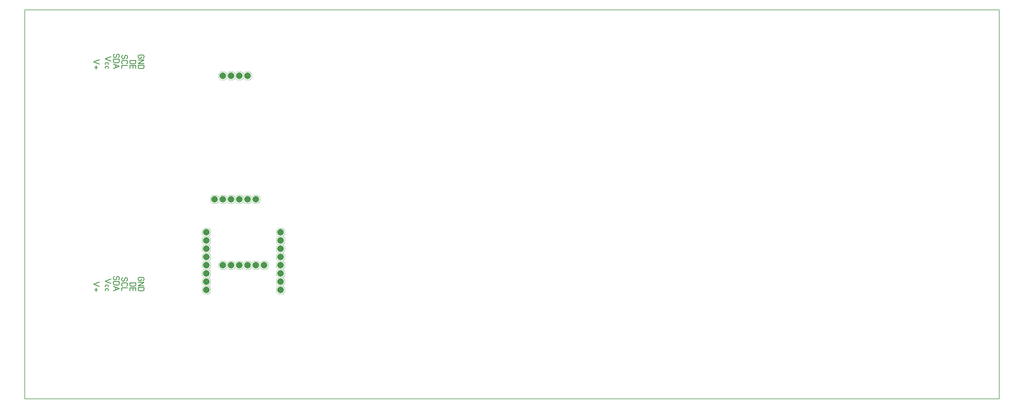
<source format=gbr>
%FSLAX32Y32*%
%MOMM*%
%LNOUTLINE*%
G71*
G01*
%ADD10C, 0.20*%
%ADD11C, 0.10*%
%ADD12C, 2.00*%
%ADD13C, 0.22*%
%LPD*%
G54D10*
X0Y12000D02*
X30000Y12000D01*
X30000Y0D01*
X0Y0D01*
X0Y12000D01*
G54D11*
X5652Y3237D02*
X5715Y3300D01*
X5715Y3428D01*
X5652Y3491D01*
X5524Y3491D01*
X5461Y3428D01*
X5461Y3300D01*
X5524Y3237D01*
X5652Y3237D01*
G54D11*
X5652Y3491D02*
X5715Y3554D01*
X5715Y3682D01*
X5652Y3745D01*
X5524Y3745D01*
X5461Y3682D01*
X5461Y3554D01*
X5524Y3491D01*
X5652Y3491D01*
G54D11*
X5652Y3745D02*
X5715Y3808D01*
X5715Y3936D01*
X5652Y3999D01*
X5524Y3999D01*
X5461Y3936D01*
X5461Y3808D01*
X5524Y3745D01*
X5652Y3745D01*
G54D11*
X5652Y3999D02*
X5715Y4062D01*
X5715Y4190D01*
X5652Y4253D01*
X5524Y4253D01*
X5461Y4190D01*
X5461Y4062D01*
X5524Y3999D01*
X5652Y3999D01*
G54D11*
X5652Y4253D02*
X5715Y4316D01*
X5715Y4444D01*
X5652Y4507D01*
X5524Y4507D01*
X5461Y4444D01*
X5461Y4316D01*
X5524Y4253D01*
X5652Y4253D01*
G54D11*
X5652Y4507D02*
X5715Y4570D01*
X5715Y4698D01*
X5652Y4761D01*
X5524Y4761D01*
X5461Y4698D01*
X5461Y4570D01*
X5524Y4507D01*
X5652Y4507D01*
G54D11*
X5652Y4761D02*
X5715Y4824D01*
X5715Y4952D01*
X5652Y5015D01*
X5524Y5015D01*
X5461Y4952D01*
X5461Y4824D01*
X5524Y4761D01*
X5652Y4761D01*
G54D11*
X5652Y5015D02*
X5715Y5078D01*
X5715Y5206D01*
X5652Y5269D01*
X5524Y5269D01*
X5461Y5206D01*
X5461Y5078D01*
X5524Y5015D01*
X5652Y5015D01*
X5588Y3364D02*
G54D12*
D03*
X5588Y3618D02*
G54D12*
D03*
X5588Y3872D02*
G54D12*
D03*
X5588Y4126D02*
G54D12*
D03*
X5588Y4380D02*
G54D12*
D03*
X5588Y4634D02*
G54D12*
D03*
X5588Y4888D02*
G54D12*
D03*
X5588Y5142D02*
G54D12*
D03*
G54D13*
X2294Y10464D02*
X2116Y10397D01*
X2294Y10330D01*
G54D13*
X2194Y10282D02*
X2194Y10175D01*
G54D13*
X2238Y10228D02*
X2149Y10228D01*
G54D13*
X2652Y10560D02*
X2474Y10493D01*
X2652Y10427D01*
G54D13*
X2567Y10311D02*
X2574Y10338D01*
X2567Y10365D01*
X2545Y10378D01*
X2501Y10378D01*
X2478Y10365D01*
X2474Y10338D01*
X2478Y10311D01*
G54D13*
X2567Y10195D02*
X2574Y10222D01*
X2567Y10249D01*
X2545Y10262D01*
X2501Y10262D01*
X2478Y10249D01*
X2474Y10222D01*
X2478Y10195D01*
G54D13*
X2761Y10640D02*
X2739Y10627D01*
X2728Y10600D01*
X2728Y10573D01*
X2739Y10547D01*
X2761Y10533D01*
X2784Y10533D01*
X2806Y10547D01*
X2817Y10573D01*
X2817Y10600D01*
X2828Y10627D01*
X2850Y10640D01*
X2872Y10640D01*
X2895Y10627D01*
X2906Y10600D01*
X2906Y10573D01*
X2895Y10547D01*
X2872Y10533D01*
G54D13*
X2728Y10484D02*
X2906Y10484D01*
X2906Y10417D01*
X2895Y10391D01*
X2872Y10377D01*
X2761Y10377D01*
X2739Y10391D01*
X2728Y10417D01*
X2728Y10484D01*
G54D13*
X2728Y10328D02*
X2906Y10261D01*
X2728Y10195D01*
G54D13*
X2795Y10301D02*
X2795Y10221D01*
G54D13*
X3015Y10600D02*
X2993Y10587D01*
X2982Y10560D01*
X2982Y10533D01*
X2993Y10507D01*
X3015Y10493D01*
X3038Y10493D01*
X3060Y10507D01*
X3071Y10533D01*
X3071Y10560D01*
X3082Y10587D01*
X3104Y10600D01*
X3126Y10600D01*
X3149Y10587D01*
X3160Y10560D01*
X3160Y10533D01*
X3149Y10507D01*
X3126Y10493D01*
G54D13*
X3015Y10337D02*
X2993Y10351D01*
X2982Y10377D01*
X2982Y10404D01*
X2993Y10431D01*
X3015Y10444D01*
X3126Y10444D01*
X3149Y10431D01*
X3160Y10404D01*
X3160Y10377D01*
X3149Y10351D01*
X3126Y10337D01*
G54D13*
X3160Y10288D02*
X2982Y10288D01*
X2982Y10195D01*
G54D13*
X3236Y10444D02*
X3414Y10444D01*
X3414Y10377D01*
X3403Y10351D01*
X3380Y10337D01*
X3269Y10337D01*
X3247Y10351D01*
X3236Y10377D01*
X3236Y10444D01*
G54D13*
X3236Y10195D02*
X3236Y10288D01*
X3414Y10288D01*
X3414Y10195D01*
G54D13*
X3325Y10288D02*
X3325Y10195D01*
G54D13*
X3579Y10561D02*
X3579Y10507D01*
X3523Y10507D01*
X3501Y10521D01*
X3490Y10547D01*
X3490Y10574D01*
X3501Y10601D01*
X3523Y10614D01*
X3634Y10614D01*
X3657Y10601D01*
X3668Y10574D01*
X3668Y10547D01*
X3657Y10521D01*
X3634Y10507D01*
G54D13*
X3490Y10458D02*
X3668Y10458D01*
X3490Y10351D01*
X3668Y10351D01*
G54D13*
X3490Y10302D02*
X3668Y10302D01*
X3668Y10235D01*
X3657Y10209D01*
X3634Y10195D01*
X3523Y10195D01*
X3501Y10209D01*
X3490Y10235D01*
X3490Y10302D01*
G54D11*
X6985Y10032D02*
X6922Y10095D01*
X6794Y10095D01*
X6731Y10032D01*
X6731Y9904D01*
X6794Y9841D01*
X6922Y9841D01*
X6985Y9904D01*
X6985Y10032D01*
G54D11*
X6731Y10032D02*
X6668Y10095D01*
X6540Y10095D01*
X6477Y10032D01*
X6477Y9904D01*
X6540Y9841D01*
X6668Y9841D01*
X6731Y9904D01*
X6731Y10032D01*
G54D11*
X6477Y10032D02*
X6414Y10095D01*
X6286Y10095D01*
X6223Y10032D01*
X6223Y9904D01*
X6286Y9841D01*
X6414Y9841D01*
X6477Y9904D01*
X6477Y10032D01*
G54D11*
X6223Y10032D02*
X6160Y10095D01*
X6032Y10095D01*
X5969Y10032D01*
X5969Y9904D01*
X6032Y9841D01*
X6160Y9841D01*
X6223Y9904D01*
X6223Y10032D01*
X6858Y9968D02*
G54D12*
D03*
X6604Y9968D02*
G54D12*
D03*
X6350Y9968D02*
G54D12*
D03*
X6096Y9968D02*
G54D12*
D03*
G54D11*
X7239Y6222D02*
X7176Y6285D01*
X7048Y6285D01*
X6985Y6222D01*
X6985Y6094D01*
X7048Y6031D01*
X7176Y6031D01*
X7239Y6094D01*
X7239Y6222D01*
G54D11*
X6985Y6222D02*
X6922Y6285D01*
X6794Y6285D01*
X6731Y6222D01*
X6731Y6094D01*
X6794Y6031D01*
X6922Y6031D01*
X6985Y6094D01*
X6985Y6222D01*
G54D11*
X6731Y6222D02*
X6668Y6285D01*
X6540Y6285D01*
X6477Y6222D01*
X6477Y6094D01*
X6540Y6031D01*
X6668Y6031D01*
X6731Y6094D01*
X6731Y6222D01*
G54D11*
X6477Y6222D02*
X6414Y6285D01*
X6286Y6285D01*
X6223Y6222D01*
X6223Y6094D01*
X6286Y6031D01*
X6414Y6031D01*
X6477Y6094D01*
X6477Y6222D01*
G54D11*
X6223Y6222D02*
X6160Y6285D01*
X6032Y6285D01*
X5969Y6222D01*
X5969Y6094D01*
X6032Y6031D01*
X6160Y6031D01*
X6223Y6094D01*
X6223Y6222D01*
G54D11*
X5969Y6222D02*
X5906Y6285D01*
X5778Y6285D01*
X5715Y6222D01*
X5715Y6094D01*
X5778Y6031D01*
X5906Y6031D01*
X5969Y6094D01*
X5969Y6222D01*
X7112Y6158D02*
G54D12*
D03*
X6858Y6158D02*
G54D12*
D03*
X6604Y6158D02*
G54D12*
D03*
X6350Y6158D02*
G54D12*
D03*
X6096Y6158D02*
G54D12*
D03*
X5842Y6158D02*
G54D12*
D03*
G54D11*
X7938Y3237D02*
X8001Y3300D01*
X8001Y3428D01*
X7938Y3491D01*
X7810Y3491D01*
X7747Y3428D01*
X7747Y3300D01*
X7810Y3237D01*
X7938Y3237D01*
G54D11*
X7938Y3491D02*
X8001Y3554D01*
X8001Y3682D01*
X7938Y3745D01*
X7810Y3745D01*
X7747Y3682D01*
X7747Y3554D01*
X7810Y3491D01*
X7938Y3491D01*
G54D11*
X7938Y3745D02*
X8001Y3808D01*
X8001Y3936D01*
X7938Y3999D01*
X7810Y3999D01*
X7747Y3936D01*
X7747Y3808D01*
X7810Y3745D01*
X7938Y3745D01*
G54D11*
X7938Y3999D02*
X8001Y4062D01*
X8001Y4190D01*
X7938Y4253D01*
X7810Y4253D01*
X7747Y4190D01*
X7747Y4062D01*
X7810Y3999D01*
X7938Y3999D01*
G54D11*
X7938Y4253D02*
X8001Y4316D01*
X8001Y4444D01*
X7938Y4507D01*
X7810Y4507D01*
X7747Y4444D01*
X7747Y4316D01*
X7810Y4253D01*
X7938Y4253D01*
G54D11*
X7938Y4507D02*
X8001Y4570D01*
X8001Y4698D01*
X7938Y4761D01*
X7810Y4761D01*
X7747Y4698D01*
X7747Y4570D01*
X7810Y4507D01*
X7938Y4507D01*
G54D11*
X7938Y4761D02*
X8001Y4824D01*
X8001Y4952D01*
X7938Y5015D01*
X7810Y5015D01*
X7747Y4952D01*
X7747Y4824D01*
X7810Y4761D01*
X7938Y4761D01*
G54D11*
X7938Y5015D02*
X8001Y5078D01*
X8001Y5206D01*
X7938Y5269D01*
X7810Y5269D01*
X7747Y5206D01*
X7747Y5078D01*
X7810Y5015D01*
X7938Y5015D01*
X7874Y3364D02*
G54D12*
D03*
X7874Y3618D02*
G54D12*
D03*
X7874Y3872D02*
G54D12*
D03*
X7874Y4126D02*
G54D12*
D03*
X7874Y4380D02*
G54D12*
D03*
X7874Y4634D02*
G54D12*
D03*
X7874Y4888D02*
G54D12*
D03*
X7874Y5142D02*
G54D12*
D03*
G54D13*
X2294Y3606D02*
X2116Y3539D01*
X2294Y3472D01*
G54D13*
X2194Y3424D02*
X2194Y3317D01*
G54D13*
X2238Y3370D02*
X2149Y3370D01*
G54D13*
X2652Y3702D02*
X2474Y3635D01*
X2652Y3569D01*
G54D13*
X2567Y3453D02*
X2574Y3480D01*
X2567Y3507D01*
X2545Y3520D01*
X2501Y3520D01*
X2478Y3507D01*
X2474Y3480D01*
X2478Y3453D01*
G54D13*
X2567Y3337D02*
X2574Y3364D01*
X2567Y3391D01*
X2545Y3404D01*
X2501Y3404D01*
X2478Y3391D01*
X2474Y3364D01*
X2478Y3337D01*
G54D13*
X2761Y3782D02*
X2739Y3769D01*
X2728Y3742D01*
X2728Y3715D01*
X2739Y3689D01*
X2761Y3675D01*
X2784Y3675D01*
X2806Y3689D01*
X2817Y3715D01*
X2817Y3742D01*
X2828Y3769D01*
X2850Y3782D01*
X2872Y3782D01*
X2895Y3769D01*
X2906Y3742D01*
X2906Y3715D01*
X2895Y3689D01*
X2872Y3675D01*
G54D13*
X2728Y3626D02*
X2906Y3626D01*
X2906Y3559D01*
X2895Y3533D01*
X2872Y3519D01*
X2761Y3519D01*
X2739Y3533D01*
X2728Y3559D01*
X2728Y3626D01*
G54D13*
X2728Y3470D02*
X2906Y3403D01*
X2728Y3337D01*
G54D13*
X2795Y3443D02*
X2795Y3363D01*
G54D13*
X3015Y3742D02*
X2993Y3729D01*
X2982Y3702D01*
X2982Y3675D01*
X2993Y3649D01*
X3015Y3635D01*
X3038Y3635D01*
X3060Y3649D01*
X3071Y3675D01*
X3071Y3702D01*
X3082Y3729D01*
X3104Y3742D01*
X3126Y3742D01*
X3149Y3729D01*
X3160Y3702D01*
X3160Y3675D01*
X3149Y3649D01*
X3126Y3635D01*
G54D13*
X3015Y3479D02*
X2993Y3493D01*
X2982Y3519D01*
X2982Y3546D01*
X2993Y3573D01*
X3015Y3586D01*
X3126Y3586D01*
X3149Y3573D01*
X3160Y3546D01*
X3160Y3519D01*
X3149Y3493D01*
X3126Y3479D01*
G54D13*
X3160Y3430D02*
X2982Y3430D01*
X2982Y3337D01*
G54D13*
X3236Y3586D02*
X3414Y3586D01*
X3414Y3519D01*
X3403Y3493D01*
X3380Y3479D01*
X3269Y3479D01*
X3247Y3493D01*
X3236Y3519D01*
X3236Y3586D01*
G54D13*
X3236Y3337D02*
X3236Y3430D01*
X3414Y3430D01*
X3414Y3337D01*
G54D13*
X3325Y3430D02*
X3325Y3337D01*
G54D13*
X3579Y3703D02*
X3579Y3649D01*
X3523Y3649D01*
X3501Y3663D01*
X3490Y3689D01*
X3490Y3716D01*
X3501Y3743D01*
X3523Y3756D01*
X3634Y3756D01*
X3657Y3743D01*
X3668Y3716D01*
X3668Y3689D01*
X3657Y3663D01*
X3634Y3649D01*
G54D13*
X3490Y3600D02*
X3668Y3600D01*
X3490Y3493D01*
X3668Y3493D01*
G54D13*
X3490Y3444D02*
X3668Y3444D01*
X3668Y3377D01*
X3657Y3351D01*
X3634Y3337D01*
X3523Y3337D01*
X3501Y3351D01*
X3490Y3377D01*
X3490Y3444D01*
G54D11*
X7493Y4190D02*
X7430Y4253D01*
X7302Y4253D01*
X7239Y4190D01*
X7239Y4062D01*
X7302Y3999D01*
X7430Y3999D01*
X7493Y4062D01*
X7493Y4190D01*
G54D11*
X7239Y4190D02*
X7176Y4253D01*
X7048Y4253D01*
X6985Y4190D01*
X6985Y4062D01*
X7048Y3999D01*
X7176Y3999D01*
X7239Y4062D01*
X7239Y4190D01*
G54D11*
X6985Y4190D02*
X6922Y4253D01*
X6794Y4253D01*
X6731Y4190D01*
X6731Y4062D01*
X6794Y3999D01*
X6922Y3999D01*
X6985Y4062D01*
X6985Y4190D01*
G54D11*
X6731Y4190D02*
X6668Y4253D01*
X6540Y4253D01*
X6477Y4190D01*
X6477Y4062D01*
X6540Y3999D01*
X6668Y3999D01*
X6731Y4062D01*
X6731Y4190D01*
G54D11*
X6477Y4190D02*
X6414Y4253D01*
X6286Y4253D01*
X6223Y4190D01*
X6223Y4062D01*
X6286Y3999D01*
X6414Y3999D01*
X6477Y4062D01*
X6477Y4190D01*
G54D11*
X6223Y4190D02*
X6160Y4253D01*
X6032Y4253D01*
X5969Y4190D01*
X5969Y4062D01*
X6032Y3999D01*
X6160Y3999D01*
X6223Y4062D01*
X6223Y4190D01*
X7366Y4126D02*
G54D12*
D03*
X7112Y4126D02*
G54D12*
D03*
X6858Y4126D02*
G54D12*
D03*
X6604Y4126D02*
G54D12*
D03*
X6350Y4126D02*
G54D12*
D03*
X6096Y4126D02*
G54D12*
D03*
M02*

</source>
